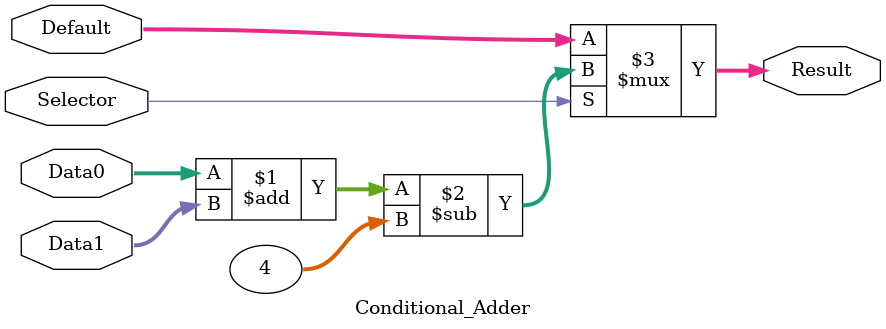
<source format=v>
/******************************************************************
* Description
*	This is a  an adder that can be parameterized in its bit-width.
*	1.0
* Author:
*	Dr. José Luis Pizano Escalante
* email:
*	luispizano@iteso.mx
* Date:
*	16/08/2021
******************************************************************/

module Conditional_Adder
#
(
	parameter NBits=32
)
(
	output [NBits-1:0] Result,
	input Selector,
	input [NBits-1:0] Data0,
	input [NBits-1:0] Data1,
	input [NBits-1:0] Default
	
	
);

assign Result = (Selector) ? Data0 + Data1 - 4: Default;


endmodule
</source>
